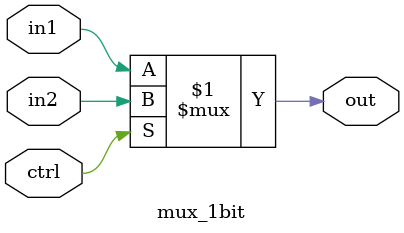
<source format=v>
module mux_1bit(in1,in2,ctrl,out);
	input in1, in2;
	input ctrl;
	output out;
	
	assign out = ctrl ? in2 : in1;
endmodule
</source>
